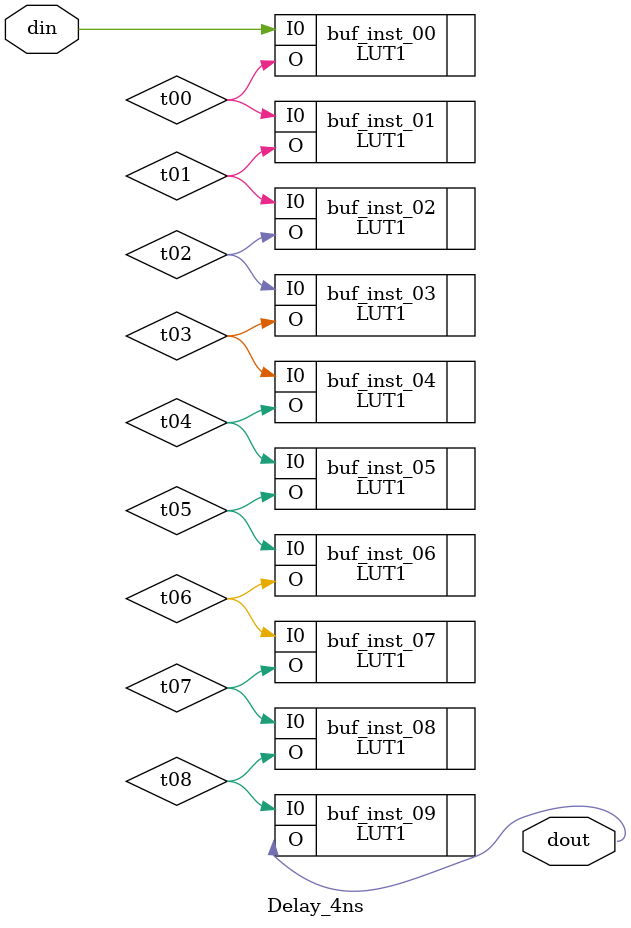
<source format=v>
(* dont_touch = "true" *)
module Delay_4ns (din, dout);
    /*** port ***/
    input din;
    output dout;
    
    (* dont_touch = "true" *) wire t00, t01, t02, t03, t04, t05, t06, t07, t08;

    // (* dont_touch = "true" *) LUT1 #(.INIT(2'b10)) buf_inst_00 (.O(t00), .I0(din));
    // (* dont_touch = "true" *) LUT1 #(.INIT(2'b10)) buf_inst_01 (.O(t01), .I0(t00));
    // (* dont_touch = "true" *) LUT1 #(.INIT(2'b10)) buf_inst_02 (.O(t02), .I0(t01));
    // (* dont_touch = "true" *) LUT1 #(.INIT(2'b10)) buf_inst_03 (.O(t03), .I0(t02));
    // (* dont_touch = "true" *) LUT1 #(.INIT(2'b10)) buf_inst_04 (.O(t04), .I0(t03));
    // (* dont_touch = "true" *) LUT1 #(.INIT(2'b10)) buf_inst_05 (.O(t05), .I0(t04));
    // (* dont_touch = "true" *) LUT1 #(.INIT(2'b10)) buf_inst_06 (.O(t06), .I0(t05));
    // (* dont_touch = "true" *) LUT1 #(.INIT(2'b10)) buf_inst_07 (.O(t07), .I0(t06));
    // (* dont_touch = "true" *) LUT1 #(.INIT(2'b10)) buf_inst_08 (.O(dout), .I0(t07));

    (* dont_touch = "true" *) LUT1 #(.INIT(2'b10)) buf_inst_00 (.O(t00), .I0(din));
    (* dont_touch = "true" *) LUT1 #(.INIT(2'b10)) buf_inst_01 (.O(t01), .I0(t00));
    (* dont_touch = "true" *) LUT1 #(.INIT(2'b10)) buf_inst_02 (.O(t02), .I0(t01));
    (* dont_touch = "true" *) LUT1 #(.INIT(2'b10)) buf_inst_03 (.O(t03), .I0(t02));
    (* dont_touch = "true" *) LUT1 #(.INIT(2'b10)) buf_inst_04 (.O(t04), .I0(t03));
    (* dont_touch = "true" *) LUT1 #(.INIT(2'b10)) buf_inst_05 (.O(t05), .I0(t04));
    (* dont_touch = "true" *) LUT1 #(.INIT(2'b10)) buf_inst_06 (.O(t06), .I0(t05));
    (* dont_touch = "true" *) LUT1 #(.INIT(2'b10)) buf_inst_07 (.O(t07), .I0(t06));
    (* dont_touch = "true" *) LUT1 #(.INIT(2'b10)) buf_inst_08 (.O(t08), .I0(t07));
    (* dont_touch = "true" *) LUT1 #(.INIT(2'b10)) buf_inst_09 (.O(dout), .I0(t08));
endmodule
</source>
